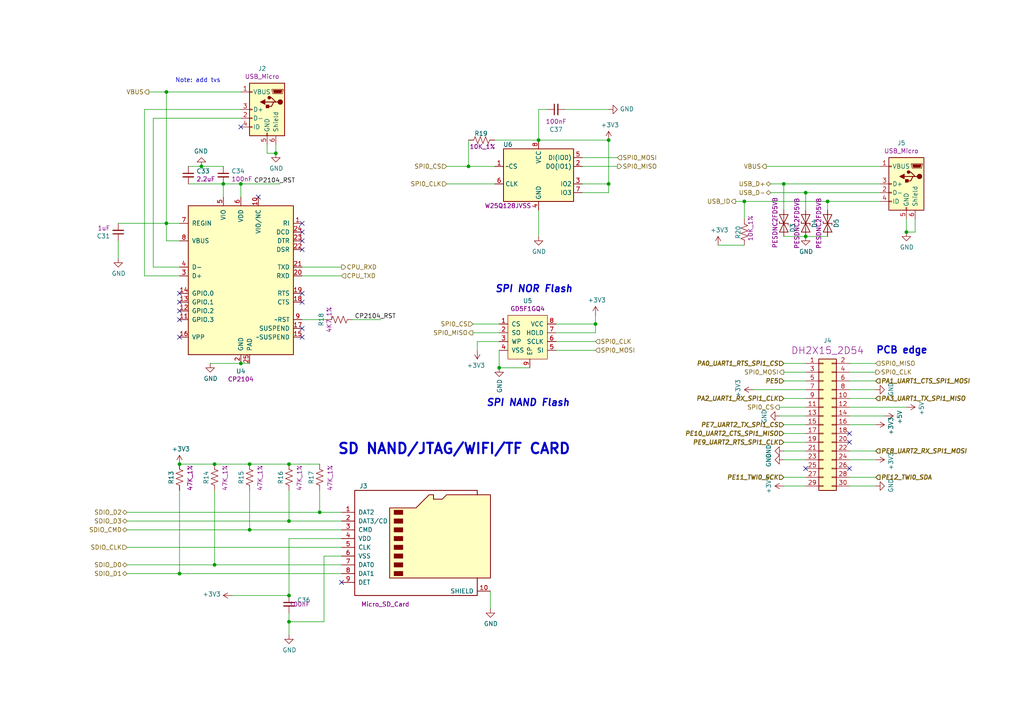
<source format=kicad_sch>
(kicad_sch (version 20210606) (generator eeschema)
  (paper "A4")
  (lib_symbols
    (symbol "0WJQ:02.0008_R0402_10K_1%_1" (pin_numbers hide) (pin_names (offset 0))
      (property "Reference" "R" (at 2.54 0 90))
      (property "Value" "R_US" (at -2.54 0 90))
      (symbol "02.0008_R0402_10K_1%_1_1_1"
        (pin passive line (at 0 3.81 270) (length 1.27) (name "~") (number "1"))
        (pin passive line (at 0 -3.81 90) (length 1.27) (name "~") (number "2"))
      )
    )
    (symbol "0WJQ:02.0014_R0402_47K_1%_1" (pin_numbers hide) (pin_names (offset 0))
      (property "Reference" "R" (at 2.54 0 90))
      (property "Value" "R_US" (at -2.54 0 90))
      (symbol "02.0014_R0402_47K_1%_1_1_1"
        (pin passive line (at 0 3.81 270) (length 1.27) (name "~") (number "1"))
        (pin passive line (at 0 -3.81 90) (length 1.27) (name "~") (number "2"))
      )
    )
    (symbol "0WJQ:02.0014_R0402_47K_1%_2" (pin_numbers hide) (pin_names (offset 0))
      (property "Reference" "R" (at 2.54 0 90))
      (property "Value" "R_US" (at -2.54 0 90))
      (symbol "02.0014_R0402_47K_1%_2_1_1"
        (pin passive line (at 0 3.81 270) (length 1.27) (name "~") (number "1"))
        (pin passive line (at 0 -3.81 90) (length 1.27) (name "~") (number "2"))
      )
    )
    (symbol "0WJQ:02.0014_R0402_47K_1%_3" (pin_numbers hide) (pin_names (offset 0))
      (property "Reference" "R" (at 2.54 0 90))
      (property "Value" "R_US" (at -2.54 0 90))
      (symbol "02.0014_R0402_47K_1%_3_1_1"
        (pin passive line (at 0 3.81 270) (length 1.27) (name "~") (number "1"))
        (pin passive line (at 0 -3.81 90) (length 1.27) (name "~") (number "2"))
      )
    )
    (symbol "0WJQ:02.0014_R0402_47K_1%_4" (pin_numbers hide) (pin_names (offset 0))
      (property "Reference" "R" (at 2.54 0 90))
      (property "Value" "R_US" (at -2.54 0 90))
      (symbol "02.0014_R0402_47K_1%_4_1_1"
        (pin passive line (at 0 3.81 270) (length 1.27) (name "~") (number "1"))
        (pin passive line (at 0 -3.81 90) (length 1.27) (name "~") (number "2"))
      )
    )
    (symbol "0WJQ:03.0009_C0402_100nF" (pin_numbers hide) (pin_names (offset 0.254) hide)
      (property "Reference" "C" (at 0.254 1.778 0))
      (property "参数" "100nF" (at 3.81 -2.54 0))
      (symbol "03.0009_C0402_100nF_1_1"
        (pin passive line (at 0 2.54 270) (length 2.032) (name "~") (number "1"))
        (pin passive line (at 0 -2.54 90) (length 2.032) (name "~") (number "2"))
      )
    )
    (symbol "0WJQ:03.0009_C0402_100nF_1" (pin_numbers hide) (pin_names (offset 0.254) hide)
      (property "Reference" "C" (at 0.254 1.778 0))
      (property "参数" "100nF" (at 3.81 -2.54 0))
      (symbol "03.0009_C0402_100nF_1_1_1"
        (pin passive line (at 0 2.54 270) (length 2.032) (name "~") (number "1"))
        (pin passive line (at 0 -2.54 90) (length 2.032) (name "~") (number "2"))
      )
    )
    (symbol "0WJQ:03.0009_C0402_100nF_2" (pin_numbers hide) (pin_names (offset 0.254) hide)
      (property "Reference" "C" (at 0.254 1.778 0))
      (property "参数" "100nF" (at 3.81 -2.54 0))
      (symbol "03.0009_C0402_100nF_2_1_1"
        (pin passive line (at 0 2.54 270) (length 2.032) (name "~") (number "1"))
        (pin passive line (at 0 -2.54 90) (length 2.032) (name "~") (number "2"))
      )
    )
    (symbol "0WJQ:03.4001_C0603_1uF" (pin_numbers hide) (pin_names (offset 0.254) hide)
      (property "Reference" "C" (at 0.254 1.778 0))
      (property "参数" "1uF" (at 2.54 -2.54 0))
      (symbol "03.4001_C0603_1uF_1_1"
        (pin passive line (at 0 2.54 270) (length 2.032) (name "~") (number "1"))
        (pin passive line (at 0 -2.54 90) (length 2.032) (name "~") (number "2"))
      )
    )
    (symbol "0WJQ:03.4002_C0603_2.2uF" (pin_numbers hide) (pin_names (offset 0.254) hide)
      (property "Reference" "C" (at 0.254 1.778 0))
      (property "参数" "2.2uF" (at 3.81 -2.54 0))
      (symbol "03.4002_C0603_2.2uF_1_1"
        (pin passive line (at 0 2.54 270) (length 2.032) (name "~") (number "1"))
        (pin passive line (at 0 -2.54 90) (length 2.032) (name "~") (number "2"))
      )
    )
    (symbol "0WJQ:07.0002_D_TVS_PESDNC2FD5VB" (pin_numbers hide) (pin_names (offset 1.016) hide)
      (property "Reference" "D" (at 0 2.54 0))
      (property "参数" "PESDNC2FD5VB" (at 0 -2.54 0))
      (symbol "07.0002_D_TVS_PESDNC2FD5VB_1_1"
        (pin passive line (at -3.81 0 0) (length 2.54) (name "A1") (number "1"))
        (pin passive line (at 3.81 0 180) (length 2.54) (name "A2") (number "2"))
      )
    )
    (symbol "0WJQ:07.0002_D_TVS_PESDNC2FD5VB_1" (pin_numbers hide) (pin_names (offset 1.016) hide)
      (property "Reference" "D" (at 0 2.54 0))
      (property "参数" "PESDNC2FD5VB" (at 0 -2.54 0))
      (symbol "07.0002_D_TVS_PESDNC2FD5VB_1_1_1"
        (pin passive line (at -3.81 0 0) (length 2.54) (name "A1") (number "1"))
        (pin passive line (at 3.81 0 180) (length 2.54) (name "A2") (number "2"))
      )
    )
    (symbol "0WJQ:07.0002_D_TVS_PESDNC2FD5VB_2" (pin_numbers hide) (pin_names (offset 1.016) hide)
      (property "Reference" "D" (at 0 2.54 0))
      (property "参数" "PESDNC2FD5VB" (at 0 -2.54 0))
      (symbol "07.0002_D_TVS_PESDNC2FD5VB_2_1_1"
        (pin passive line (at -3.81 0 0) (length 2.54) (name "A1") (number "1"))
        (pin passive line (at 3.81 0 180) (length 2.54) (name "A2") (number "2"))
      )
    )
    (symbol "0WJQ:09.0001_CP2104" (pin_names (offset 1.016))
      (property "Reference" "U" (at -7.62 23.495 0))
      (property "参数" "CP2104" (at -8.89 -25.4 0))
      (symbol "09.0001_CP2104_1_1"
        (pin input line (at 17.78 15.24 180) (length 2.54) (name "RI") (number "1"))
        (pin power_out line (at 5.08 22.86 270) (length 2.54) (name "VIO/NC") (number "10"))
        (pin bidirectional line (at -17.78 -12.7 0) (length 2.54) (name "GPIO.3") (number "11"))
        (pin bidirectional line (at -17.78 -10.16 0) (length 2.54) (name "GPIO.2") (number "12"))
        (pin bidirectional line (at -17.78 -7.62 0) (length 2.54) (name "GPIO.1") (number "13"))
        (pin bidirectional line (at -17.78 -5.08 0) (length 2.54) (name "GPIO.0") (number "14"))
        (pin output line (at 17.78 -17.78 180) (length 2.54) (name "~SUSPEND") (number "15"))
        (pin passive line (at -17.78 -17.78 0) (length 2.54) (name "VPP") (number "16"))
        (pin output line (at 17.78 -15.24 180) (length 2.54) (name "SUSPEND") (number "17"))
        (pin input line (at 17.78 -7.62 180) (length 2.54) (name "CTS") (number "18"))
        (pin output line (at 17.78 -5.08 180) (length 2.54) (name "RTS") (number "19"))
        (pin power_in line (at 0 -25.4 90) (length 2.54) (name "GND") (number "2"))
        (pin input line (at 17.78 0 180) (length 2.54) (name "RXD") (number "20"))
        (pin output line (at 17.78 2.54 180) (length 2.54) (name "TXD") (number "21"))
        (pin input line (at 17.78 7.62 180) (length 2.54) (name "DSR") (number "22"))
        (pin output line (at 17.78 10.16 180) (length 2.54) (name "DTR") (number "23"))
        (pin input line (at 17.78 12.7 180) (length 2.54) (name "DCD") (number "24"))
        (pin power_in line (at 2.54 -25.4 90) (length 2.54) (name "PAD") (number "25"))
        (pin bidirectional line (at -17.78 0 0) (length 2.54) (name "D+") (number "3"))
        (pin bidirectional line (at -17.78 2.54 0) (length 2.54) (name "D-") (number "4"))
        (pin power_in line (at -5.08 22.86 270) (length 2.54) (name "VIO") (number "5"))
        (pin power_in line (at 0 22.86 270) (length 2.54) (name "VDD") (number "6"))
        (pin power_in line (at -17.78 15.24 0) (length 2.54) (name "REGIN") (number "7"))
        (pin input line (at -17.78 10.16 0) (length 2.54) (name "VBUS") (number "8"))
        (pin bidirectional line (at 17.78 -12.7 180) (length 2.54) (name "~RST") (number "9"))
      )
    )
    (symbol "0WJQ:09.0302_W25Q128JVS"
      (property "Reference" "U" (at -8.89 8.89 0))
      (property "参数" "W25Q128JVSS" (at -8.89 -8.89 0))
      (symbol "09.0302_W25Q128JVS_1_1"
        (pin input line (at -12.7 2.54 0) (length 2.54) (name "~CS") (number "1"))
        (pin bidirectional line (at 12.7 2.54 180) (length 2.54) (name "DO(IO1)") (number "2"))
        (pin bidirectional line (at 12.7 -2.54 180) (length 2.54) (name "IO2") (number "3"))
        (pin power_in line (at 0 -10.16 90) (length 2.54) (name "GND") (number "4"))
        (pin bidirectional line (at 12.7 5.08 180) (length 2.54) (name "DI(IO0)") (number "5"))
        (pin input line (at -12.7 -2.54 0) (length 2.54) (name "CLK") (number "6"))
        (pin bidirectional line (at 12.7 -5.08 180) (length 2.54) (name "IO3") (number "7"))
        (pin power_in line (at 0 10.16 270) (length 2.54) (name "VCC") (number "8"))
      )
    )
    (symbol "0WJQ:09.0303_GD5F1GQ4" (pin_names (offset 1.016))
      (property "Reference" "U" (at 1.27 1.27 0))
      (property "参数" "GD5F1GQ4" (at -1.27 -15.24 0))
      (symbol "09.0303_GD5F1GQ4_1_1"
        (pin input line (at -2.54 -2.54 0) (length 2.54) (name "CS") (number "1"))
        (pin input line (at -2.54 -5.08 0) (length 2.54) (name "SO") (number "2"))
        (pin input line (at -2.54 -7.62 0) (length 2.54) (name "WP") (number "3"))
        (pin input line (at -2.54 -10.16 0) (length 2.54) (name "VSS") (number "4"))
        (pin input line (at 13.97 -10.16 180) (length 2.54) (name "SI") (number "5"))
        (pin input line (at 13.97 -7.62 180) (length 2.54) (name "SCLK") (number "6"))
        (pin input line (at 13.97 -5.08 180) (length 2.54) (name "HOLD") (number "7"))
        (pin input line (at 13.97 -2.54 180) (length 2.54) (name "VCC") (number "8"))
        (pin input line (at 6.35 -15.24 90) (length 2.54) (name "EP") (number "9"))
      )
    )
    (symbol "0WJQ:10.0001_Micro_SD_Card" (pin_names (offset 1.016))
      (property "Reference" "J" (at -16.51 15.24 0))
      (property "参数" "Micro_SD_Card" (at -10.16 -19.05 0))
      (symbol "10.0001_Micro_SD_Card_1_1"
        (pin bidirectional line (at -22.86 7.62 0) (length 3.81) (name "DAT2") (number "1"))
        (pin passive line (at 20.32 -15.24 180) (length 3.81) (name "SHIELD") (number "10"))
        (pin bidirectional line (at -22.86 5.08 0) (length 3.81) (name "DAT3/CD") (number "2"))
        (pin input line (at -22.86 2.54 0) (length 3.81) (name "CMD") (number "3"))
        (pin power_in line (at -22.86 0 0) (length 3.81) (name "VDD") (number "4"))
        (pin input line (at -22.86 -2.54 0) (length 3.81) (name "CLK") (number "5"))
        (pin power_in line (at -22.86 -5.08 0) (length 3.81) (name "VSS") (number "6"))
        (pin bidirectional line (at -22.86 -7.62 0) (length 3.81) (name "DAT0") (number "7"))
        (pin bidirectional line (at -22.86 -10.16 0) (length 3.81) (name "DAT1") (number "8"))
        (pin passive line (at -22.86 -12.7 0) (length 3.81) (name "DET") (number "9"))
      )
    )
    (symbol "0WJQ:10.0002_USB_Micro" (pin_names (offset 1.016))
      (property "Reference" "J" (at -5.08 8.89 0))
      (property "参数" "USB_Micro" (at 6.35 -8.89 0))
      (symbol "10.0002_USB_Micro_1_1"
        (pin power_in line (at 7.62 5.08 180) (length 2.54) (name "VBUS") (number "1"))
        (pin passive line (at 7.62 -2.54 180) (length 2.54) (name "D-") (number "2"))
        (pin passive line (at 7.62 0 180) (length 2.54) (name "D+") (number "3"))
        (pin passive line (at 7.62 -5.08 180) (length 2.54) (name "ID") (number "4"))
        (pin power_in line (at 0 -10.16 90) (length 2.54) (name "GND") (number "5"))
        (pin passive line (at -2.54 -10.16 90) (length 2.54) (name "Shield") (number "6"))
      )
    )
    (symbol "0WJQ:10.0002_USB_Micro_1" (pin_names (offset 1.016))
      (property "Reference" "J" (at -5.08 8.89 0))
      (property "参数" "USB_Micro" (at 6.35 -8.89 0))
      (symbol "10.0002_USB_Micro_1_1_1"
        (pin power_in line (at 7.62 5.08 180) (length 2.54) (name "VBUS") (number "1"))
        (pin passive line (at 7.62 -2.54 180) (length 2.54) (name "D-") (number "2"))
        (pin passive line (at 7.62 0 180) (length 2.54) (name "D+") (number "3"))
        (pin passive line (at 7.62 -5.08 180) (length 2.54) (name "ID") (number "4"))
        (pin power_in line (at 0 -10.16 90) (length 2.54) (name "GND") (number "5"))
        (pin passive line (at -2.54 -10.16 90) (length 2.54) (name "Shield") (number "6"))
      )
    )
    (symbol "0WJQ:10.0201_PH2X15_2D54_V" (pin_names (offset 1.016) hide)
      (property "Reference" "J" (at 1.27 20.32 0))
      (property "参数" "DH2X15_2D54" (at 2.54 -21.59 0))
      (symbol "10.0201_PH2X15_2D54_V_1_1"
        (pin passive line (at -5.08 17.78 0) (length 3.81) (name "Pin_1") (number "1"))
        (pin passive line (at 7.62 7.62 180) (length 3.81) (name "Pin_10") (number "10"))
        (pin passive line (at -5.08 5.08 0) (length 3.81) (name "Pin_11") (number "11"))
        (pin passive line (at 7.62 5.08 180) (length 3.81) (name "Pin_12") (number "12"))
        (pin passive line (at -5.08 2.54 0) (length 3.81) (name "Pin_13") (number "13"))
        (pin passive line (at 7.62 2.54 180) (length 3.81) (name "Pin_14") (number "14"))
        (pin passive line (at -5.08 0 0) (length 3.81) (name "Pin_15") (number "15"))
        (pin passive line (at 7.62 0 180) (length 3.81) (name "Pin_16") (number "16"))
        (pin passive line (at -5.08 -2.54 0) (length 3.81) (name "Pin_17") (number "17"))
        (pin passive line (at 7.62 -2.54 180) (length 3.81) (name "Pin_18") (number "18"))
        (pin passive line (at -5.08 -5.08 0) (length 3.81) (name "Pin_19") (number "19"))
        (pin passive line (at 7.62 17.78 180) (length 3.81) (name "Pin_2") (number "2"))
        (pin passive line (at 7.62 -5.08 180) (length 3.81) (name "Pin_20") (number "20"))
        (pin passive line (at -5.08 -7.62 0) (length 3.81) (name "Pin_21") (number "21"))
        (pin passive line (at 7.62 -7.62 180) (length 3.81) (name "Pin_22") (number "22"))
        (pin passive line (at -5.08 -10.16 0) (length 3.81) (name "Pin_23") (number "23"))
        (pin passive line (at 7.62 -10.16 180) (length 3.81) (name "Pin_24") (number "24"))
        (pin passive line (at -5.08 -12.7 0) (length 3.81) (name "Pin_25") (number "25"))
        (pin passive line (at 7.62 -12.7 180) (length 3.81) (name "Pin_26") (number "26"))
        (pin passive line (at -5.08 -15.24 0) (length 3.81) (name "Pin_27") (number "27"))
        (pin passive line (at 7.62 -15.24 180) (length 3.81) (name "Pin_28") (number "28"))
        (pin passive line (at -5.08 -17.78 0) (length 3.81) (name "Pin_29") (number "29"))
        (pin passive line (at -5.08 15.24 0) (length 3.81) (name "Pin_3") (number "3"))
        (pin passive line (at 7.62 -17.78 180) (length 3.81) (name "Pin_30") (number "30"))
        (pin passive line (at 7.62 15.24 180) (length 3.81) (name "Pin_4") (number "4"))
        (pin passive line (at -5.08 12.7 0) (length 3.81) (name "Pin_5") (number "5"))
        (pin passive line (at 7.62 12.7 180) (length 3.81) (name "Pin_6") (number "6"))
        (pin passive line (at -5.08 10.16 0) (length 3.81) (name "Pin_7") (number "7"))
        (pin passive line (at 7.62 10.16 180) (length 3.81) (name "Pin_8") (number "8"))
        (pin passive line (at -5.08 7.62 0) (length 3.81) (name "Pin_9") (number "9"))
      )
    )
    (symbol "Device:R_US" (pin_numbers hide) (pin_names (offset 0))
      (property "Reference" "R" (at 2.54 0 90))
      (property "Value" "R_US" (at -2.54 0 90))
      (symbol "R_US_1_1"
        (pin passive line (at 0 3.81 270) (length 1.27) (name "~") (number "1"))
        (pin passive line (at 0 -3.81 90) (length 1.27) (name "~") (number "2"))
      )
    )
    (symbol "power:+3.3V" (power) (pin_names (offset 0))
      (property "Value" "+3.3V" (at 0 3.556 0))
      (symbol "+3.3V_1_1"
        (pin power_in line (at 0 0 90) (length 0) hide (name "+3V3") (number "1"))
      )
    )
    (symbol "power:+3V3" (power) (pin_names (offset 0))
      (property "Value" "+3V3" (at 0 3.556 0))
      (symbol "+3V3_1_1"
        (pin power_in line (at 0 0 90) (length 0) hide (name "+3V3") (number "1"))
      )
    )
    (symbol "power:+5V" (power) (pin_names (offset 0))
      (property "Value" "+5V" (at 0 3.556 0))
      (symbol "+5V_1_1"
        (pin power_in line (at 0 0 90) (length 0) hide (name "+5V") (number "1"))
      )
    )
    (symbol "power:GND" (power) (pin_names (offset 0))
      (property "Value" "GND" (at 0 -3.81 0))
      (symbol "GND_1_1"
        (pin power_in line (at 0 0 270) (length 0) hide (name "GND") (number "1"))
      )
    )
  )
  (junction (at 48.26 26.67) (diameter 0.9144))
  (junction (at 48.26 64.77) (diameter 0.9144))
  (junction (at 52.07 134.62) (diameter 0.9144))
  (junction (at 52.07 166.37) (diameter 0.9144))
  (junction (at 58.42 48.26) (diameter 0.9144))
  (junction (at 62.23 134.62) (diameter 0.9144))
  (junction (at 62.23 163.83) (diameter 0.9144))
  (junction (at 64.77 53.34) (diameter 0.9144))
  (junction (at 69.85 53.34) (diameter 0.9144))
  (junction (at 69.85 105.41) (diameter 0.9144))
  (junction (at 72.39 134.62) (diameter 0.9144))
  (junction (at 72.39 153.67) (diameter 0.9144))
  (junction (at 80.01 44.45) (diameter 0.9144))
  (junction (at 83.82 134.62) (diameter 0.9144))
  (junction (at 83.82 151.13) (diameter 0.9144))
  (junction (at 83.82 172.72) (diameter 0.9144))
  (junction (at 83.82 180.34) (diameter 0.9144))
  (junction (at 92.71 148.59) (diameter 0.9144))
  (junction (at 135.89 48.26) (diameter 0.9144))
  (junction (at 144.78 106.68) (diameter 0.9144))
  (junction (at 156.21 40.64) (diameter 0.9144))
  (junction (at 172.72 93.98) (diameter 0.9144))
  (junction (at 176.53 40.64) (diameter 0.9144))
  (junction (at 176.53 53.34) (diameter 0.9144))
  (junction (at 215.9 58.42) (diameter 0.9144))
  (junction (at 227.33 53.34) (diameter 0.9144))
  (junction (at 233.68 55.88) (diameter 0.9144))
  (junction (at 233.68 68.58) (diameter 0.9144))
  (junction (at 240.03 58.42) (diameter 0.9144))
  (junction (at 262.89 67.31) (diameter 0.9144))
  (no_connect (at 52.07 85.09))
  (no_connect (at 52.07 87.63))
  (no_connect (at 52.07 90.17))
  (no_connect (at 52.07 92.71))
  (no_connect (at 52.07 97.79))
  (no_connect (at 69.85 36.83))
  (no_connect (at 74.93 57.15))
  (no_connect (at 87.63 64.77))
  (no_connect (at 87.63 67.31))
  (no_connect (at 87.63 69.85))
  (no_connect (at 87.63 72.39))
  (no_connect (at 87.63 85.09))
  (no_connect (at 87.63 87.63))
  (no_connect (at 87.63 95.25))
  (no_connect (at 87.63 97.79))
  (no_connect (at 99.06 168.91))
  (no_connect (at 233.68 135.89))
  (no_connect (at 246.38 125.73))
  (no_connect (at 246.38 128.27))
  (no_connect (at 246.38 135.89))
  (wire (pts (xy 34.29 74.93) (xy 34.29 69.85)))
  (wire (pts (xy 36.83 151.13) (xy 83.82 151.13)))
  (wire (pts (xy 36.83 166.37) (xy 52.07 166.37)))
  (wire (pts (xy 41.91 31.75) (xy 41.91 80.01)))
  (wire (pts (xy 41.91 80.01) (xy 52.07 80.01)))
  (wire (pts (xy 43.18 26.67) (xy 48.26 26.67)))
  (wire (pts (xy 44.45 34.29) (xy 44.45 77.47)))
  (wire (pts (xy 44.45 77.47) (xy 52.07 77.47)))
  (wire (pts (xy 48.26 26.67) (xy 69.85 26.67)))
  (wire (pts (xy 48.26 64.77) (xy 34.29 64.77)))
  (wire (pts (xy 48.26 64.77) (xy 48.26 26.67)))
  (wire (pts (xy 48.26 69.85) (xy 48.26 64.77)))
  (wire (pts (xy 52.07 64.77) (xy 48.26 64.77)))
  (wire (pts (xy 52.07 69.85) (xy 48.26 69.85)))
  (wire (pts (xy 52.07 134.62) (xy 62.23 134.62)))
  (wire (pts (xy 52.07 142.24) (xy 52.07 166.37)))
  (wire (pts (xy 52.07 166.37) (xy 99.06 166.37)))
  (wire (pts (xy 58.42 48.26) (xy 54.61 48.26)))
  (wire (pts (xy 62.23 134.62) (xy 72.39 134.62)))
  (wire (pts (xy 62.23 142.24) (xy 62.23 163.83)))
  (wire (pts (xy 62.23 163.83) (xy 36.83 163.83)))
  (wire (pts (xy 64.77 48.26) (xy 58.42 48.26)))
  (wire (pts (xy 64.77 53.34) (xy 54.61 53.34)))
  (wire (pts (xy 64.77 53.34) (xy 69.85 53.34)))
  (wire (pts (xy 64.77 57.15) (xy 64.77 53.34)))
  (wire (pts (xy 67.31 172.72) (xy 83.82 172.72)))
  (wire (pts (xy 69.85 31.75) (xy 41.91 31.75)))
  (wire (pts (xy 69.85 34.29) (xy 44.45 34.29)))
  (wire (pts (xy 69.85 53.34) (xy 69.85 57.15)))
  (wire (pts (xy 69.85 53.34) (xy 81.28 53.34)))
  (wire (pts (xy 69.85 105.41) (xy 60.96 105.41)))
  (wire (pts (xy 72.39 105.41) (xy 69.85 105.41)))
  (wire (pts (xy 72.39 134.62) (xy 83.82 134.62)))
  (wire (pts (xy 72.39 142.24) (xy 72.39 153.67)))
  (wire (pts (xy 72.39 153.67) (xy 36.83 153.67)))
  (wire (pts (xy 77.47 41.91) (xy 77.47 44.45)))
  (wire (pts (xy 77.47 44.45) (xy 80.01 44.45)))
  (wire (pts (xy 80.01 41.91) (xy 80.01 44.45)))
  (wire (pts (xy 83.82 134.62) (xy 92.71 134.62)))
  (wire (pts (xy 83.82 142.24) (xy 83.82 151.13)))
  (wire (pts (xy 83.82 151.13) (xy 99.06 151.13)))
  (wire (pts (xy 83.82 156.21) (xy 99.06 156.21)))
  (wire (pts (xy 83.82 172.72) (xy 83.82 156.21)))
  (wire (pts (xy 83.82 177.8) (xy 83.82 180.34)))
  (wire (pts (xy 83.82 180.34) (xy 83.82 184.15)))
  (wire (pts (xy 87.63 77.47) (xy 99.06 77.47)))
  (wire (pts (xy 87.63 80.01) (xy 99.06 80.01)))
  (wire (pts (xy 87.63 92.71) (xy 94.615 92.71)))
  (wire (pts (xy 92.71 142.24) (xy 92.71 148.59)))
  (wire (pts (xy 92.71 148.59) (xy 36.83 148.59)))
  (wire (pts (xy 93.98 161.29) (xy 93.98 180.34)))
  (wire (pts (xy 93.98 180.34) (xy 83.82 180.34)))
  (wire (pts (xy 99.06 148.59) (xy 92.71 148.59)))
  (wire (pts (xy 99.06 153.67) (xy 72.39 153.67)))
  (wire (pts (xy 99.06 158.75) (xy 36.83 158.75)))
  (wire (pts (xy 99.06 161.29) (xy 93.98 161.29)))
  (wire (pts (xy 99.06 163.83) (xy 62.23 163.83)))
  (wire (pts (xy 102.235 92.71) (xy 110.49 92.71)))
  (wire (pts (xy 135.89 40.64) (xy 135.89 48.26)))
  (wire (pts (xy 135.89 48.26) (xy 129.54 48.26)))
  (wire (pts (xy 137.16 93.98) (xy 144.78 93.98)))
  (wire (pts (xy 137.16 96.52) (xy 144.78 96.52)))
  (wire (pts (xy 138.43 99.06) (xy 138.43 101.6)))
  (wire (pts (xy 142.24 171.45) (xy 142.24 176.53)))
  (wire (pts (xy 143.51 40.64) (xy 156.21 40.64)))
  (wire (pts (xy 143.51 48.26) (xy 135.89 48.26)))
  (wire (pts (xy 143.51 53.34) (xy 129.54 53.34)))
  (wire (pts (xy 144.78 99.06) (xy 138.43 99.06)))
  (wire (pts (xy 144.78 101.6) (xy 144.78 106.68)))
  (wire (pts (xy 144.78 106.68) (xy 153.67 106.68)))
  (wire (pts (xy 156.21 31.75) (xy 158.75 31.75)))
  (wire (pts (xy 156.21 40.64) (xy 156.21 31.75)))
  (wire (pts (xy 156.21 40.64) (xy 176.53 40.64)))
  (wire (pts (xy 156.21 60.96) (xy 156.21 68.58)))
  (wire (pts (xy 161.29 93.98) (xy 172.72 93.98)))
  (wire (pts (xy 161.29 96.52) (xy 172.72 96.52)))
  (wire (pts (xy 161.29 99.06) (xy 172.72 99.06)))
  (wire (pts (xy 161.29 101.6) (xy 172.72 101.6)))
  (wire (pts (xy 163.83 31.75) (xy 176.53 31.75)))
  (wire (pts (xy 168.91 45.72) (xy 179.07 45.72)))
  (wire (pts (xy 168.91 48.26) (xy 179.07 48.26)))
  (wire (pts (xy 168.91 53.34) (xy 176.53 53.34)))
  (wire (pts (xy 168.91 55.88) (xy 176.53 55.88)))
  (wire (pts (xy 172.72 93.98) (xy 172.72 91.44)))
  (wire (pts (xy 172.72 96.52) (xy 172.72 93.98)))
  (wire (pts (xy 176.53 53.34) (xy 176.53 40.64)))
  (wire (pts (xy 176.53 55.88) (xy 176.53 53.34)))
  (wire (pts (xy 208.28 71.12) (xy 215.9 71.12)))
  (wire (pts (xy 213.36 58.42) (xy 215.9 58.42)))
  (wire (pts (xy 215.9 58.42) (xy 240.03 58.42)))
  (wire (pts (xy 215.9 63.5) (xy 215.9 58.42)))
  (wire (pts (xy 218.44 113.03) (xy 233.68 113.03)))
  (wire (pts (xy 222.25 48.26) (xy 255.27 48.26)))
  (wire (pts (xy 223.52 53.34) (xy 227.33 53.34)))
  (wire (pts (xy 223.52 55.88) (xy 233.68 55.88)))
  (wire (pts (xy 227.33 53.34) (xy 255.27 53.34)))
  (wire (pts (xy 227.33 60.96) (xy 227.33 53.34)))
  (wire (pts (xy 227.33 68.58) (xy 233.68 68.58)))
  (wire (pts (xy 227.33 105.41) (xy 233.68 105.41)))
  (wire (pts (xy 227.33 107.95) (xy 233.68 107.95)))
  (wire (pts (xy 227.33 110.49) (xy 233.68 110.49)))
  (wire (pts (xy 227.33 123.19) (xy 233.68 123.19)))
  (wire (pts (xy 227.33 125.73) (xy 233.68 125.73)))
  (wire (pts (xy 227.33 128.27) (xy 233.68 128.27)))
  (wire (pts (xy 227.33 130.81) (xy 233.68 130.81)))
  (wire (pts (xy 227.33 133.35) (xy 233.68 133.35)))
  (wire (pts (xy 227.33 138.43) (xy 233.68 138.43)))
  (wire (pts (xy 227.33 140.97) (xy 233.68 140.97)))
  (wire (pts (xy 233.68 55.88) (xy 233.68 60.96)))
  (wire (pts (xy 233.68 55.88) (xy 255.27 55.88)))
  (wire (pts (xy 233.68 68.58) (xy 240.03 68.58)))
  (wire (pts (xy 233.68 115.57) (xy 227.33 115.57)))
  (wire (pts (xy 233.68 118.11) (xy 226.06 118.11)))
  (wire (pts (xy 233.68 120.65) (xy 226.06 120.65)))
  (wire (pts (xy 240.03 60.96) (xy 240.03 58.42)))
  (wire (pts (xy 246.38 105.41) (xy 254 105.41)))
  (wire (pts (xy 246.38 110.49) (xy 254 110.49)))
  (wire (pts (xy 246.38 113.03) (xy 254 113.03)))
  (wire (pts (xy 246.38 115.57) (xy 254 115.57)))
  (wire (pts (xy 246.38 118.11) (xy 262.89 118.11)))
  (wire (pts (xy 246.38 120.65) (xy 256.54 120.65)))
  (wire (pts (xy 246.38 123.19) (xy 254 123.19)))
  (wire (pts (xy 246.38 130.81) (xy 254 130.81)))
  (wire (pts (xy 246.38 133.35) (xy 254 133.35)))
  (wire (pts (xy 246.38 138.43) (xy 254 138.43)))
  (wire (pts (xy 246.38 140.97) (xy 254 140.97)))
  (wire (pts (xy 254 107.95) (xy 246.38 107.95)))
  (wire (pts (xy 255.27 58.42) (xy 240.03 58.42)))
  (wire (pts (xy 262.89 63.5) (xy 262.89 67.31)))
  (wire (pts (xy 265.43 63.5) (xy 265.43 67.31)))
  (wire (pts (xy 265.43 67.31) (xy 262.89 67.31)))
  (text "Note: add tvs\n" (at 50.8 24.13 0) (effects (font (size 1.27 1.27)) (justify left bottom)))
  (text "SD NAND/JTAG/WIFI/TF CARD" (at 97.79 132.08 0) (effects (font (size 2.9972 2.9972) (thickness 0.5994) bold) (justify left bottom)))
  (text "SPI NAND Flash" (at 140.97 118.11 0) (effects (font (size 2.0066 2.0066) (thickness 0.4013) bold italic) (justify left bottom)))
  (text "SPI NOR Flash" (at 143.51 85.09 0) (effects (font (size 2.0066 2.0066) (thickness 0.4013) bold italic) (justify left bottom)))
  (text "PCB edge" (at 254 102.87 0) (effects (font (size 2.0066 2.0066) (thickness 0.4013) bold) (justify left bottom)))
  (label "CP2104_RST" (at 73.66 53.34 0))
  (label "CP2104_RST" (at 102.87 92.71 0))
  (hierarchical_label "SDIO_D2" (shape bidirectional) (at 36.83 148.59 180))
  (hierarchical_label "SDIO_D3" (shape bidirectional) (at 36.83 151.13 180))
  (hierarchical_label "SDIO_CMD" (shape bidirectional) (at 36.83 153.67 180))
  (hierarchical_label "SDIO_CLK" (shape input) (at 36.83 158.75 180))
  (hierarchical_label "SDIO_D0" (shape bidirectional) (at 36.83 163.83 180))
  (hierarchical_label "SDIO_D1" (shape bidirectional) (at 36.83 166.37 180))
  (hierarchical_label "VBUS" (shape output) (at 43.18 26.67 180))
  (hierarchical_label "CPU_RXD" (shape output) (at 99.06 77.47 0))
  (hierarchical_label "CPU_TXD" (shape input) (at 99.06 80.01 0))
  (hierarchical_label "SPI0_CS" (shape input) (at 129.54 48.26 180))
  (hierarchical_label "SPI0_CLK" (shape input) (at 129.54 53.34 180))
  (hierarchical_label "SPI0_CS" (shape input) (at 137.16 93.98 180))
  (hierarchical_label "SPI0_MISO" (shape output) (at 137.16 96.52 180))
  (hierarchical_label "SPI0_CLK" (shape input) (at 172.72 99.06 0))
  (hierarchical_label "SPI0_MOSI" (shape input) (at 172.72 101.6 0))
  (hierarchical_label "SPI0_MOSI" (shape input) (at 179.07 45.72 0))
  (hierarchical_label "SPI0_MISO" (shape output) (at 179.07 48.26 0))
  (hierarchical_label "USB_ID" (shape output) (at 213.36 58.42 180))
  (hierarchical_label "VBUS" (shape output) (at 222.25 48.26 180))
  (hierarchical_label "USB_D+" (shape bidirectional) (at 223.52 53.34 180))
  (hierarchical_label "USB_D-" (shape bidirectional) (at 223.52 55.88 180))
  (hierarchical_label "SPI0_CS" (shape output) (at 226.06 118.11 180))
  (hierarchical_label "PA0_UART1_RTS_SPI1_CS" (shape input) (at 227.33 105.41 180) (effects (font (thickness 0.254) bold italic)))
  (hierarchical_label "SPI0_MOSI" (shape output) (at 227.33 107.95 180))
  (hierarchical_label "PE5" (shape input) (at 227.33 110.49 180) (effects (font (thickness 0.254) bold italic)))
  (hierarchical_label "PA2_UART1_RX_SPI1_CLK" (shape input) (at 227.33 115.57 180) (effects (font (thickness 0.254) bold italic)))
  (hierarchical_label "PE7_UART2_TX_SPI1_CS" (shape input) (at 227.33 123.19 180) (effects (font (thickness 0.254) bold italic)))
  (hierarchical_label "PE10_UART2_CTS_SPI1_MISO" (shape input) (at 227.33 125.73 180) (effects (font (thickness 0.254) bold italic)))
  (hierarchical_label "PE9_UART2_RTS_SPI1_CLK" (shape input) (at 227.33 128.27 180) (effects (font (thickness 0.254) bold italic)))
  (hierarchical_label "PE11_TWI0_SCK" (shape input) (at 227.33 138.43 180) (effects (font (thickness 0.254) bold italic)))
  (hierarchical_label "SPI0_MISO" (shape input) (at 254 105.41 0))
  (hierarchical_label "SPI0_CLK" (shape output) (at 254 107.95 0))
  (hierarchical_label "PA1_UART1_CTS_SPI1_MOSI" (shape input) (at 254 110.49 0) (effects (font (thickness 0.254) bold italic)))
  (hierarchical_label "PA3_UART1_TX_SPI1_MISO" (shape input) (at 254 115.57 0) (effects (font (thickness 0.254) bold italic)))
  (hierarchical_label "PE8_UART2_RX_SPI1_MOSI" (shape input) (at 254 130.81 0) (effects (font (thickness 0.254) bold italic)))
  (hierarchical_label "PE12_TWI0_SDA" (shape input) (at 254 138.43 0) (effects (font (thickness 0.254) bold italic)))
  (symbol (lib_id "power:+3V3") (at 52.07 134.62 0) (unit 1)
    (property "Reference" "#PWR044" (effects hide))
    (property "Value" "+3V3" (at 52.451 130.2258 0))
  )
  (symbol (lib_id "power:+3V3") (at 67.31 172.72 90) (unit 1)
    (property "Reference" "#PWR046" (effects hide))
    (property "Value" "+3V3" (at 64.0588 172.339 90) (effects (justify left)))
  )
  (symbol (lib_id "power:+3.3V") (at 138.43 101.6 180) (unit 1)
    (property "Reference" "#PWR049" (effects hide))
    (property "Value" "+3.3V" (at 138.049 105.9942 0))
  )
  (symbol (lib_id "power:+3.3V") (at 172.72 91.44 0) (unit 1)
    (property "Reference" "#PWR053" (effects hide))
    (property "Value" "+3.3V" (at 173.101 87.0458 0))
  )
  (symbol (lib_id "power:+3.3V") (at 176.53 40.64 0) (unit 1)
    (property "Reference" "#PWR055" (effects hide))
    (property "Value" "+3.3V" (at 176.911 36.2458 0))
  )
  (symbol (lib_id "power:+3.3V") (at 208.28 71.12 0) (unit 1)
    (property "Reference" "#PWR056" (effects hide))
    (property "Value" "+3.3V" (at 208.661 66.7258 0))
  )
  (symbol (lib_id "power:+3V3") (at 218.44 113.03 90) (unit 1)
    (property "Reference" "#PWR057" (effects hide))
    (property "Value" "+3V3" (at 214.0458 112.649 0))
  )
  (symbol (lib_id "power:+3V3") (at 227.33 140.97 90) (unit 1)
    (property "Reference" "#PWR062" (effects hide))
    (property "Value" "+3V3" (at 222.9358 140.589 0))
  )
  (symbol (lib_id "power:+3V3") (at 254 123.19 270) (unit 1)
    (property "Reference" "#PWR066" (effects hide))
    (property "Value" "+3V3" (at 258.3942 123.571 0))
  )
  (symbol (lib_id "power:+3V3") (at 254 133.35 270) (unit 1)
    (property "Reference" "#PWR067" (effects hide))
    (property "Value" "+3V3" (at 258.3942 133.731 0))
  )
  (symbol (lib_id "power:+5V") (at 256.54 120.65 270) (unit 1)
    (property "Reference" "#PWR069" (effects hide))
    (property "Value" "+5V" (at 260.9342 121.031 0))
  )
  (symbol (lib_id "power:+5V") (at 262.89 118.11 270) (unit 1)
    (property "Reference" "#PWR071" (effects hide))
    (property "Value" "+5V" (at 267.2842 118.491 0))
  )
  (symbol (lib_id "power:GND") (at 34.29 74.93 0) (unit 1)
    (property "Reference" "#PWR042" (effects hide))
    (property "Value" "GND" (at 34.417 79.3242 0))
  )
  (symbol (lib_id "power:GND") (at 58.42 48.26 180) (unit 1)
    (property "Reference" "#PWR045" (effects hide))
    (property "Value" "GND" (at 58.293 43.8658 0))
  )
  (symbol (lib_id "power:GND") (at 60.96 105.41 0) (unit 1)
    (property "Reference" "#PWR043" (effects hide))
    (property "Value" "GND" (at 61.087 109.8042 0))
  )
  (symbol (lib_id "power:GND") (at 80.01 44.45 0) (unit 1)
    (property "Reference" "#PWR047" (effects hide))
    (property "Value" "GND" (at 80.137 48.8442 0))
  )
  (symbol (lib_id "power:GND") (at 83.82 184.15 0) (unit 1)
    (property "Reference" "#PWR048" (effects hide))
    (property "Value" "GND" (at 83.947 188.5442 0))
  )
  (symbol (lib_id "power:GND") (at 142.24 176.53 0) (unit 1)
    (property "Reference" "#PWR050" (effects hide))
    (property "Value" "GND" (at 142.367 180.9242 0))
  )
  (symbol (lib_id "power:GND") (at 144.78 106.68 0) (unit 1)
    (property "Reference" "#PWR051" (effects hide))
    (property "Value" "GND" (at 144.907 109.9312 90) (effects (justify right)))
  )
  (symbol (lib_id "power:GND") (at 156.21 68.58 0) (unit 1)
    (property "Reference" "#PWR052" (effects hide))
    (property "Value" "GND" (at 156.337 72.9742 0))
  )
  (symbol (lib_id "power:GND") (at 176.53 31.75 90) (unit 1)
    (property "Reference" "#PWR054" (effects hide))
    (property "Value" "GND" (at 179.7812 31.623 90) (effects (justify right)))
  )
  (symbol (lib_id "power:GND") (at 226.06 120.65 270) (unit 1)
    (property "Reference" "#PWR059" (effects hide))
    (property "Value" "GND" (at 221.6658 120.777 0))
  )
  (symbol (lib_id "power:GND") (at 227.33 130.81 270) (unit 1)
    (property "Reference" "#PWR060" (effects hide))
    (property "Value" "GND" (at 222.9358 130.937 0))
  )
  (symbol (lib_id "power:GND") (at 227.33 133.35 270) (unit 1)
    (property "Reference" "#PWR061" (effects hide))
    (property "Value" "GND" (at 222.9358 133.477 0))
  )
  (symbol (lib_id "power:GND") (at 233.68 68.58 0) (unit 1)
    (property "Reference" "#PWR063" (effects hide))
    (property "Value" "GND" (at 233.807 72.9742 0))
  )
  (symbol (lib_id "power:GND") (at 254 113.03 90) (unit 1)
    (property "Reference" "#PWR065" (effects hide))
    (property "Value" "GND" (at 258.3942 112.903 0))
  )
  (symbol (lib_id "power:GND") (at 254 140.97 90) (unit 1)
    (property "Reference" "#PWR068" (effects hide))
    (property "Value" "GND" (at 258.3942 140.843 0))
  )
  (symbol (lib_id "power:GND") (at 262.89 67.31 0) (unit 1)
    (property "Reference" "#PWR070" (effects hide))
    (property "Value" "GND" (at 263.017 71.7042 0))
  )
  (symbol (lib_name "0WJQ:02.0014_R0402_47K_1%_4") (lib_id "Device:R_US") (at 52.07 138.43 0) (unit 1)
    (property "Reference" "R13" (at 49.6316 140.462 90) (effects (justify left)))
    (property "Value" "R_US" (effects hide))
    (property "Footprint" "0WJQ:R_0402_WJQ" (effects hide))
    (property "分类" "贴片电阻" (effects hide))
    (property "编码" "02.0014" (effects hide))
    (property "规格" "贴片电阻, 47K±1%, 0402" (effects hide))
    (property "参数" "47K_1%" (at 55.118 142.367 90) (effects (justify left)))
  )
  (symbol (lib_name "0WJQ:02.0014_R0402_47K_1%_2") (lib_id "Device:R_US") (at 62.23 138.43 0) (unit 1)
    (property "Reference" "R14" (at 59.7916 140.462 90) (effects (justify left)))
    (property "Value" "R_US" (effects hide))
    (property "Footprint" "0WJQ:R_0402_WJQ" (effects hide))
    (property "分类" "贴片电阻" (effects hide))
    (property "编码" "02.0014" (effects hide))
    (property "规格" "贴片电阻, 47K±1%, 0402" (effects hide))
    (property "参数" "47K_1%" (at 65.278 142.367 90) (effects (justify left)))
  )
  (symbol (lib_name "0WJQ:02.0014_R0402_47K_1%_3") (lib_id "Device:R_US") (at 72.39 138.43 0) (unit 1)
    (property "Reference" "R15" (at 69.9516 140.462 90) (effects (justify left)))
    (property "Value" "R_US" (effects hide))
    (property "Footprint" "0WJQ:R_0402_WJQ" (effects hide))
    (property "分类" "贴片电阻" (effects hide))
    (property "编码" "02.0014" (effects hide))
    (property "规格" "贴片电阻, 47K±1%, 0402" (effects hide))
    (property "参数" "47K_1%" (at 75.438 142.367 90) (effects (justify left)))
  )
  (symbol (lib_id "Device:R_US") (at 83.82 138.43 0) (unit 1)
    (property "Reference" "R16" (at 81.3816 140.462 90) (effects (justify left)))
    (property "Value" "R_US" (effects hide))
    (property "Footprint" "0WJQ:R_0402_WJQ" (effects hide))
    (property "分类" "贴片电阻" (effects hide))
    (property "编码" "02.0014" (effects hide))
    (property "规格" "贴片电阻, 47K±1%, 0402" (effects hide))
    (property "参数" "47K_1%" (at 86.868 142.367 90) (effects (justify left)))
  )
  (symbol (lib_name "0WJQ:02.0014_R0402_47K_1%_1") (lib_id "Device:R_US") (at 92.71 138.43 0) (unit 1)
    (property "Reference" "R17" (at 90.2716 140.462 90) (effects (justify left)))
    (property "Value" "R_US" (effects hide))
    (property "Footprint" "0WJQ:R_0402_WJQ" (effects hide))
    (property "分类" "贴片电阻" (effects hide))
    (property "编码" "02.0014" (effects hide))
    (property "规格" "贴片电阻, 47K±1%, 0402" (effects hide))
    (property "参数" "47K_1%" (at 95.758 142.367 90) (effects (justify left)))
  )
  (symbol (lib_id "Device:R_US") (at 98.425 92.71 90) (unit 1)
    (property "Reference" "R18" (at 93.1672 92.71 0))
    (property "Value" "R_US" (effects hide))
    (property "Footprint" "0WJQ:R_0402_WJQ" (effects hide))
    (property "分类" "贴片电阻" (effects hide))
    (property "编码" "02.0005" (effects hide))
    (property "规格" "贴片电阻, 4K7±1%, 0402" (effects hide))
    (property "参数" "4K7_1%" (at 95.4786 92.71 0))
  )
  (symbol (lib_name "0WJQ:02.0008_R0402_10K_1%_1") (lib_id "Device:R_US") (at 139.7 40.64 90) (unit 1)
    (property "Reference" "R19" (at 139.5222 38.735 90))
    (property "Value" "R_US" (effects hide))
    (property "Footprint" "0WJQ:R_0402_WJQ" (effects hide))
    (property "分类" "贴片电阻" (effects hide))
    (property "编码" "02.0008" (effects hide))
    (property "规格" "贴片电阻, 10K±1%, 0402" (effects hide))
    (property "参数" "10K_1%" (at 139.9286 42.545 90))
  )
  (symbol (lib_id "Device:R_US") (at 215.9 67.31 180) (unit 1)
    (property "Reference" "R20" (at 214.0966 69.342 90) (effects (justify right)))
    (property "Value" "R_US" (effects hide))
    (property "Footprint" "0WJQ:R_0402_WJQ" (effects hide))
    (property "分类" "贴片电阻" (effects hide))
    (property "编码" "02.0008" (effects hide))
    (property "规格" "贴片电阻, 10K±1%, 0402" (effects hide))
    (property "参数" "10K_1%" (at 217.678 69.977 90) (effects (justify right)))
  )
  (symbol (lib_id "0WJQ:03.4001_C0603_1uF") (at 34.29 67.31 180) (unit 1)
    (property "Reference" "C31" (at 31.9532 68.4784 0) (effects (justify left)))
    (property "Value" "03.4001_C0603_1uF" (effects hide))
    (property "Footprint" "0WJQ:C_0603_WJQ" (effects hide))
    (property "分类" "贴片瓷片电容" (effects hide))
    (property "编码" "03.4001" (effects hide))
    (property "规格" "1uF,16V,K,0603,,X7R" (effects hide))
    (property "参数" "1uF" (at 31.9532 66.167 0) (effects (justify left)))
  )
  (symbol (lib_id "0WJQ:03.4002_C0603_2.2uF") (at 54.61 50.8 0) (unit 1)
    (property "Reference" "C33" (at 56.9468 49.6316 0) (effects (justify left)))
    (property "Value" "03.4002_C0603_2.2uF" (effects hide))
    (property "Footprint" "0WJQ:C_0603_WJQ" (effects hide))
    (property "分类" "贴片瓷片电容" (effects hide))
    (property "编码" "03.4002" (effects hide))
    (property "规格" "2.2uF,16V,K,X5R" (effects hide))
    (property "参数" "2.2uF" (at 56.9468 51.943 0) (effects (justify left)))
  )
  (symbol (lib_name "0WJQ:03.0009_C0402_100nF_2") (lib_id "0WJQ:03.0009_C0402_100nF") (at 64.77 50.8 0) (unit 1)
    (property "Reference" "C34" (at 67.1068 49.6316 0) (effects (justify left)))
    (property "Value" "03.0009_C0402_100nF" (effects hide))
    (property "Footprint" "0WJQ:C_0402_WJQ" (effects hide))
    (property "分类" "贴片瓷片电容" (effects hide))
    (property "编码" "03.0009" (effects hide))
    (property "规格" "100nF,16V,K,0402,X7R" (effects hide))
    (property "参数" "100nF" (at 67.1068 51.943 0) (effects (justify left)))
  )
  (symbol (lib_name "0WJQ:03.0009_C0402_100nF_1") (lib_id "0WJQ:03.0009_C0402_100nF") (at 83.82 175.26 0) (unit 1)
    (property "Reference" "C36" (at 86.1568 174.0916 0) (effects (justify left)))
    (property "Value" "03.0009_C0402_100nF" (effects hide))
    (property "Footprint" "0WJQ:C_0402_WJQ" (effects hide))
    (property "分类" "贴片瓷片电容" (effects hide))
    (property "编码" "03.0009" (effects hide))
    (property "规格" "100nF,16V,K,0402,X7R" (effects hide))
    (property "参数" "100nF" (at 83.82 175.26 0) (effects (justify left)))
  )
  (symbol (lib_id "0WJQ:03.0009_C0402_100nF") (at 161.29 31.75 90) (unit 1)
    (property "Reference" "C37" (at 161.29 37.5666 90))
    (property "Value" "03.0009_C0402_100nF" (effects hide))
    (property "Footprint" "0WJQ:C_0402_WJQ" (effects hide))
    (property "分类" "贴片瓷片电容" (effects hide))
    (property "编码" "03.0009" (effects hide))
    (property "规格" "100nF,16V,K,0402,X7R" (effects hide))
    (property "参数" "100nF" (at 161.29 35.2552 90))
  )
  (symbol (lib_name "0WJQ:07.0002_D_TVS_PESDNC2FD5VB_1") (lib_id "0WJQ:07.0002_D_TVS_PESDNC2FD5VB") (at 227.33 64.77 270) (unit 1)
    (property "Reference" "D3" (at 229.87 64.77 0) (effects (justify left)))
    (property "Value" "07.0002_D_TVS_PESDNC2FD5VB" (effects hide))
    (property "Footprint" "0WJQ:DFN1006-2L" (effects hide))
    (property "规格" "ESD防护芯片, PESDNC2FD5VB，2P" (effects hide))
    (property "参数" "PESDNC2FD5VB" (at 224.79 57.15 0) (effects (justify left)))
    (property "分类" "二极管" (effects hide))
    (property "编码" "07.0002" (effects hide))
  )
  (symbol (lib_name "0WJQ:07.0002_D_TVS_PESDNC2FD5VB_2") (lib_id "0WJQ:07.0002_D_TVS_PESDNC2FD5VB") (at 233.68 64.77 270) (unit 1)
    (property "Reference" "D4" (at 236.22 64.77 0))
    (property "Value" "07.0002_D_TVS_PESDNC2FD5VB" (effects hide))
    (property "Footprint" "0WJQ:DFN1006-2L" (effects hide))
    (property "规格" "ESD防护芯片, PESDNC2FD5VB，2P" (effects hide))
    (property "参数" "PESDNC2FD5VB" (at 231.14 64.77 0))
    (property "分类" "二极管" (effects hide))
    (property "编码" "07.0002" (effects hide))
  )
  (symbol (lib_id "0WJQ:07.0002_D_TVS_PESDNC2FD5VB") (at 240.03 64.77 270) (unit 1)
    (property "Reference" "D5" (at 242.57 64.77 0))
    (property "Value" "07.0002_D_TVS_PESDNC2FD5VB" (effects hide))
    (property "Footprint" "0WJQ:DFN1006-2L" (effects hide))
    (property "规格" "ESD防护芯片, PESDNC2FD5VB，2P" (effects hide))
    (property "参数" "PESDNC2FD5VB" (at 237.49 64.77 0))
    (property "分类" "二极管" (effects hide))
    (property "编码" "07.0002" (effects hide))
  )
  (symbol (lib_name "0WJQ:10.0002_USB_Micro_1") (lib_id "0WJQ:10.0002_USB_Micro") (at 77.47 31.75 0) (mirror y) (unit 1)
    (property "Reference" "J2" (at 76.0222 19.8882 0))
    (property "Value" "10.0002_USB_Micro" (effects hide))
    (property "Footprint" "0WJQ:MicroUSB_5S_B_A01SB141B1-067" (effects hide))
    (property "Datasheet" "https://item.szlcsc.com/10961.html" (effects hide))
    (property "分类" "连接器" (effects hide))
    (property "规格" "micro usb母座， 精拓金，四脚全插牛角型短针" (effects hide))
    (property "参数" "USB_Micro" (at 76.0222 22.1996 0))
    (property "编码" "10.0002" (effects hide))
  )
  (symbol (lib_id "0WJQ:10.0002_USB_Micro") (at 262.89 53.34 0) (mirror y) (unit 1)
    (property "Reference" "J5" (at 261.4422 41.4782 0))
    (property "Value" "10.0002_USB_Micro" (effects hide))
    (property "Footprint" "0WJQ:MicroUSB_5S_B_A01SB141B1-067" (effects hide))
    (property "Datasheet" "https://item.szlcsc.com/10961.html" (effects hide))
    (property "分类" "连接器" (effects hide))
    (property "规格" "micro usb母座， 精拓金，四脚全插牛角型短针" (effects hide))
    (property "参数" "USB_Micro" (at 261.4422 43.7896 0))
    (property "编码" "10.0002" (effects hide))
  )
  (symbol (lib_id "0WJQ:09.0303_GD5F1GQ4") (at 147.32 91.44 0) (unit 1)
    (property "Reference" "U5" (at 153.035 87.249 0))
    (property "Value" "09.0303_GD5F1GQ4" (effects hide))
    (property "Footprint" "0WJQ:WSON-8-1EP_8x6mm_P1.27mm_EP3.4x4.3mm" (effects hide))
    (property "分类" "SPI NAND FLASH" (effects hide))
    (property "编码" "09.0303" (effects hide))
    (property "规格" "SPI NAND FLASH, 1Gbit，WSON-8,兆易创新" (effects hide))
    (property "参数" "GD5F1GQ4" (at 153.035 89.5604 0))
  )
  (symbol (lib_id "0WJQ:10.0201_PH2X15_2D54_V") (at 238.76 123.19 0) (unit 1)
    (property "Reference" "J4" (at 240.03 98.7806 0))
    (property "Value" "10.0201_PH2X15_2D54_V" (effects hide))
    (property "Footprint" "Connector_PinHeader_2.54mm:PinHeader_2x15_P2.54mm_Vertical" (effects hide))
    (property "分类" "排针" (effects hide))
    (property "编码" "10.0201" (effects hide))
    (property "规格" "双排排针，2x15,  2.54, 直插" (effects hide))
    (property "参数" "DH2X15_2D54" (at 240.03 101.6508 0) (effects (font (size 2.0066 2.0066))))
  )
  (symbol (lib_id "0WJQ:09.0302_W25Q128JVS") (at 156.21 50.8 0) (unit 1)
    (property "Reference" "U6" (at 147.32 41.91 0))
    (property "Value" "09.0302_W25Q128JVS" (effects hide))
    (property "Footprint" "Package_SO:SOIC-8_5.23x5.23mm_P1.27mm" (effects hide))
    (property "Datasheet" "http://www.winbond.com/resource-files/w25q128jv_dtr%20revc%2003272018%20plus.pdf" (effects hide))
    (property "分类" "IC" (effects hide))
    (property "编码" "09.0302" (effects hide))
    (property "规格" "16Mb Serial Flash Memory, Standard/Dual/Quad SPI, SOIC-8" (effects hide))
    (property "参数" "W25Q128JVSS" (at 147.32 59.69 0))
  )
  (symbol (lib_id "0WJQ:10.0001_Micro_SD_Card") (at 121.92 156.21 0) (unit 1)
    (property "Reference" "J3" (at 105.41 140.97 0))
    (property "Value" "10.0001_Micro_SD_Card" (effects hide))
    (property "Footprint" "0WJQ:microSD_HRO_TF_01A" (effects hide))
    (property "Datasheet" "https://item.szlcsc.com/92334.html" (effects hide))
    (property "规格" "TF卡座，9PIN, 自弹，带定位脚，韩荣TF-01A" (effects hide))
    (property "参数" "Micro_SD_Card" (at 111.76 175.26 0))
    (property "分类" "接插件" (effects hide))
    (property "编码" "10.0001" (effects hide))
  )
  (symbol (lib_id "0WJQ:09.0001_CP2104") (at 69.85 80.01 0) (unit 1)
    (property "Reference" "U4" (at 69.85 107.6706 0))
    (property "Value" "09.0001_CP2104" (effects hide))
    (property "Footprint" "Package_DFN_QFN:QFN-24-1EP_4x4mm_P0.5mm_EP2.6x2.6mm" (effects hide))
    (property "Datasheet" "https://www.silabs.com/documents/public/data-sheets/cp2104.pdf" (effects hide))
    (property "分类" "IC" (effects hide))
    (property "规格" "CP2014 USB转串口芯片" (effects hide))
    (property "参数" "CP2104" (at 69.85 109.982 0))
    (property "编码" "09.0001" (effects hide))
  )
)
</source>
